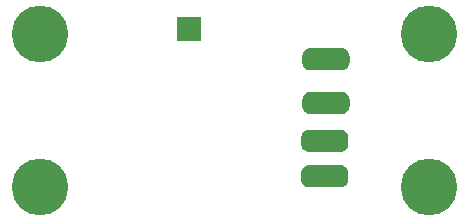
<source format=gbs>
G04 #@! TF.GenerationSoftware,KiCad,Pcbnew,(5.1.5-0)*
G04 #@! TF.CreationDate,2022-03-31T12:05:24-06:00*
G04 #@! TF.ProjectId,two-wire-single,74776f2d-7769-4726-952d-73696e676c65,rev?*
G04 #@! TF.SameCoordinates,Original*
G04 #@! TF.FileFunction,Soldermask,Bot*
G04 #@! TF.FilePolarity,Negative*
%FSLAX46Y46*%
G04 Gerber Fmt 4.6, Leading zero omitted, Abs format (unit mm)*
G04 Created by KiCad (PCBNEW (5.1.5-0)) date 2022-03-31 12:05:24*
%MOMM*%
%LPD*%
G04 APERTURE LIST*
%ADD10R,2.100000X2.100000*%
%ADD11C,1.100000*%
%ADD12C,4.800000*%
%ADD13R,1.400000X1.900000*%
%ADD14C,0.100000*%
G04 APERTURE END LIST*
D10*
X115650000Y-83550000D03*
D11*
X104166726Y-82833274D03*
X103000000Y-82350000D03*
X101833274Y-82833274D03*
X101350000Y-84000000D03*
X101833274Y-85166726D03*
X103000000Y-85650000D03*
X104166726Y-85166726D03*
X104650000Y-84000000D03*
D12*
X103000000Y-84000000D03*
D11*
X137166726Y-82833274D03*
X136000000Y-82350000D03*
X134833274Y-82833274D03*
X134350000Y-84000000D03*
X134833274Y-85166726D03*
X136000000Y-85650000D03*
X137166726Y-85166726D03*
X137650000Y-84000000D03*
D12*
X136000000Y-84000000D03*
D11*
X104166726Y-95833274D03*
X103000000Y-95350000D03*
X101833274Y-95833274D03*
X101350000Y-97000000D03*
X101833274Y-98166726D03*
X103000000Y-98650000D03*
X104166726Y-98166726D03*
X104650000Y-97000000D03*
D12*
X103000000Y-97000000D03*
D11*
X137166726Y-95833274D03*
X136000000Y-95350000D03*
X134833274Y-95833274D03*
X134350000Y-97000000D03*
X134833274Y-98166726D03*
X136000000Y-98650000D03*
X137166726Y-98166726D03*
X137650000Y-97000000D03*
D12*
X136000000Y-97000000D03*
D13*
X127150000Y-96050000D03*
D14*
G36*
X128456112Y-95100602D02*
G01*
X128474534Y-95100602D01*
X128494140Y-95101565D01*
X128542971Y-95106375D01*
X128562380Y-95109254D01*
X128610505Y-95118826D01*
X128629548Y-95123596D01*
X128676503Y-95137840D01*
X128694980Y-95144451D01*
X128740313Y-95163228D01*
X128758061Y-95171623D01*
X128801334Y-95194754D01*
X128818162Y-95204840D01*
X128858961Y-95232100D01*
X128874730Y-95243795D01*
X128912659Y-95274923D01*
X128927200Y-95288103D01*
X128961897Y-95322800D01*
X128975077Y-95337341D01*
X129006205Y-95375270D01*
X129017900Y-95391039D01*
X129045160Y-95431838D01*
X129055246Y-95448666D01*
X129078377Y-95491939D01*
X129086772Y-95509687D01*
X129105549Y-95555020D01*
X129112160Y-95573497D01*
X129126404Y-95620452D01*
X129131174Y-95639495D01*
X129140746Y-95687620D01*
X129143625Y-95707029D01*
X129148435Y-95755860D01*
X129149398Y-95775466D01*
X129149398Y-95793888D01*
X129150000Y-95800000D01*
X129150000Y-96300000D01*
X129149398Y-96306112D01*
X129149398Y-96324534D01*
X129148435Y-96344140D01*
X129143625Y-96392971D01*
X129140746Y-96412380D01*
X129131174Y-96460505D01*
X129126404Y-96479548D01*
X129112160Y-96526503D01*
X129105549Y-96544980D01*
X129086772Y-96590313D01*
X129078377Y-96608061D01*
X129055246Y-96651334D01*
X129045160Y-96668162D01*
X129017900Y-96708961D01*
X129006205Y-96724730D01*
X128975077Y-96762659D01*
X128961897Y-96777200D01*
X128927200Y-96811897D01*
X128912659Y-96825077D01*
X128874730Y-96856205D01*
X128858961Y-96867900D01*
X128818162Y-96895160D01*
X128801334Y-96905246D01*
X128758061Y-96928377D01*
X128740313Y-96936772D01*
X128694980Y-96955549D01*
X128676503Y-96962160D01*
X128629548Y-96976404D01*
X128610505Y-96981174D01*
X128562380Y-96990746D01*
X128542971Y-96993625D01*
X128494140Y-96998435D01*
X128474534Y-96999398D01*
X128456112Y-96999398D01*
X128450000Y-97000000D01*
X127900000Y-97000000D01*
X127860982Y-96996157D01*
X127823463Y-96984776D01*
X127788886Y-96966294D01*
X127758579Y-96941421D01*
X127733706Y-96911114D01*
X127715224Y-96876537D01*
X127703843Y-96839018D01*
X127700000Y-96800000D01*
X127700000Y-95300000D01*
X127703843Y-95260982D01*
X127715224Y-95223463D01*
X127733706Y-95188886D01*
X127758579Y-95158579D01*
X127788886Y-95133706D01*
X127823463Y-95115224D01*
X127860982Y-95103843D01*
X127900000Y-95100000D01*
X128450000Y-95100000D01*
X128456112Y-95100602D01*
G37*
G36*
X126439018Y-95103843D02*
G01*
X126476537Y-95115224D01*
X126511114Y-95133706D01*
X126541421Y-95158579D01*
X126566294Y-95188886D01*
X126584776Y-95223463D01*
X126596157Y-95260982D01*
X126600000Y-95300000D01*
X126600000Y-96800000D01*
X126596157Y-96839018D01*
X126584776Y-96876537D01*
X126566294Y-96911114D01*
X126541421Y-96941421D01*
X126511114Y-96966294D01*
X126476537Y-96984776D01*
X126439018Y-96996157D01*
X126400000Y-97000000D01*
X125850000Y-97000000D01*
X125843888Y-96999398D01*
X125825466Y-96999398D01*
X125805860Y-96998435D01*
X125757029Y-96993625D01*
X125737620Y-96990746D01*
X125689495Y-96981174D01*
X125670452Y-96976404D01*
X125623497Y-96962160D01*
X125605020Y-96955549D01*
X125559687Y-96936772D01*
X125541939Y-96928377D01*
X125498666Y-96905246D01*
X125481838Y-96895160D01*
X125441039Y-96867900D01*
X125425270Y-96856205D01*
X125387341Y-96825077D01*
X125372800Y-96811897D01*
X125338103Y-96777200D01*
X125324923Y-96762659D01*
X125293795Y-96724730D01*
X125282100Y-96708961D01*
X125254840Y-96668162D01*
X125244754Y-96651334D01*
X125221623Y-96608061D01*
X125213228Y-96590313D01*
X125194451Y-96544980D01*
X125187840Y-96526503D01*
X125173596Y-96479548D01*
X125168826Y-96460505D01*
X125159254Y-96412380D01*
X125156375Y-96392971D01*
X125151565Y-96344140D01*
X125150602Y-96324534D01*
X125150602Y-96306112D01*
X125150000Y-96300000D01*
X125150000Y-95800000D01*
X125150602Y-95793888D01*
X125150602Y-95775466D01*
X125151565Y-95755860D01*
X125156375Y-95707029D01*
X125159254Y-95687620D01*
X125168826Y-95639495D01*
X125173596Y-95620452D01*
X125187840Y-95573497D01*
X125194451Y-95555020D01*
X125213228Y-95509687D01*
X125221623Y-95491939D01*
X125244754Y-95448666D01*
X125254840Y-95431838D01*
X125282100Y-95391039D01*
X125293795Y-95375270D01*
X125324923Y-95337341D01*
X125338103Y-95322800D01*
X125372800Y-95288103D01*
X125387341Y-95274923D01*
X125425270Y-95243795D01*
X125441039Y-95232100D01*
X125481838Y-95204840D01*
X125498666Y-95194754D01*
X125541939Y-95171623D01*
X125559687Y-95163228D01*
X125605020Y-95144451D01*
X125623497Y-95137840D01*
X125670452Y-95123596D01*
X125689495Y-95118826D01*
X125737620Y-95109254D01*
X125757029Y-95106375D01*
X125805860Y-95101565D01*
X125825466Y-95100602D01*
X125843888Y-95100602D01*
X125850000Y-95100000D01*
X126400000Y-95100000D01*
X126439018Y-95103843D01*
G37*
D13*
X127150000Y-93050000D03*
D14*
G36*
X128456112Y-92100602D02*
G01*
X128474534Y-92100602D01*
X128494140Y-92101565D01*
X128542971Y-92106375D01*
X128562380Y-92109254D01*
X128610505Y-92118826D01*
X128629548Y-92123596D01*
X128676503Y-92137840D01*
X128694980Y-92144451D01*
X128740313Y-92163228D01*
X128758061Y-92171623D01*
X128801334Y-92194754D01*
X128818162Y-92204840D01*
X128858961Y-92232100D01*
X128874730Y-92243795D01*
X128912659Y-92274923D01*
X128927200Y-92288103D01*
X128961897Y-92322800D01*
X128975077Y-92337341D01*
X129006205Y-92375270D01*
X129017900Y-92391039D01*
X129045160Y-92431838D01*
X129055246Y-92448666D01*
X129078377Y-92491939D01*
X129086772Y-92509687D01*
X129105549Y-92555020D01*
X129112160Y-92573497D01*
X129126404Y-92620452D01*
X129131174Y-92639495D01*
X129140746Y-92687620D01*
X129143625Y-92707029D01*
X129148435Y-92755860D01*
X129149398Y-92775466D01*
X129149398Y-92793888D01*
X129150000Y-92800000D01*
X129150000Y-93300000D01*
X129149398Y-93306112D01*
X129149398Y-93324534D01*
X129148435Y-93344140D01*
X129143625Y-93392971D01*
X129140746Y-93412380D01*
X129131174Y-93460505D01*
X129126404Y-93479548D01*
X129112160Y-93526503D01*
X129105549Y-93544980D01*
X129086772Y-93590313D01*
X129078377Y-93608061D01*
X129055246Y-93651334D01*
X129045160Y-93668162D01*
X129017900Y-93708961D01*
X129006205Y-93724730D01*
X128975077Y-93762659D01*
X128961897Y-93777200D01*
X128927200Y-93811897D01*
X128912659Y-93825077D01*
X128874730Y-93856205D01*
X128858961Y-93867900D01*
X128818162Y-93895160D01*
X128801334Y-93905246D01*
X128758061Y-93928377D01*
X128740313Y-93936772D01*
X128694980Y-93955549D01*
X128676503Y-93962160D01*
X128629548Y-93976404D01*
X128610505Y-93981174D01*
X128562380Y-93990746D01*
X128542971Y-93993625D01*
X128494140Y-93998435D01*
X128474534Y-93999398D01*
X128456112Y-93999398D01*
X128450000Y-94000000D01*
X127900000Y-94000000D01*
X127860982Y-93996157D01*
X127823463Y-93984776D01*
X127788886Y-93966294D01*
X127758579Y-93941421D01*
X127733706Y-93911114D01*
X127715224Y-93876537D01*
X127703843Y-93839018D01*
X127700000Y-93800000D01*
X127700000Y-92300000D01*
X127703843Y-92260982D01*
X127715224Y-92223463D01*
X127733706Y-92188886D01*
X127758579Y-92158579D01*
X127788886Y-92133706D01*
X127823463Y-92115224D01*
X127860982Y-92103843D01*
X127900000Y-92100000D01*
X128450000Y-92100000D01*
X128456112Y-92100602D01*
G37*
G36*
X126439018Y-92103843D02*
G01*
X126476537Y-92115224D01*
X126511114Y-92133706D01*
X126541421Y-92158579D01*
X126566294Y-92188886D01*
X126584776Y-92223463D01*
X126596157Y-92260982D01*
X126600000Y-92300000D01*
X126600000Y-93800000D01*
X126596157Y-93839018D01*
X126584776Y-93876537D01*
X126566294Y-93911114D01*
X126541421Y-93941421D01*
X126511114Y-93966294D01*
X126476537Y-93984776D01*
X126439018Y-93996157D01*
X126400000Y-94000000D01*
X125850000Y-94000000D01*
X125843888Y-93999398D01*
X125825466Y-93999398D01*
X125805860Y-93998435D01*
X125757029Y-93993625D01*
X125737620Y-93990746D01*
X125689495Y-93981174D01*
X125670452Y-93976404D01*
X125623497Y-93962160D01*
X125605020Y-93955549D01*
X125559687Y-93936772D01*
X125541939Y-93928377D01*
X125498666Y-93905246D01*
X125481838Y-93895160D01*
X125441039Y-93867900D01*
X125425270Y-93856205D01*
X125387341Y-93825077D01*
X125372800Y-93811897D01*
X125338103Y-93777200D01*
X125324923Y-93762659D01*
X125293795Y-93724730D01*
X125282100Y-93708961D01*
X125254840Y-93668162D01*
X125244754Y-93651334D01*
X125221623Y-93608061D01*
X125213228Y-93590313D01*
X125194451Y-93544980D01*
X125187840Y-93526503D01*
X125173596Y-93479548D01*
X125168826Y-93460505D01*
X125159254Y-93412380D01*
X125156375Y-93392971D01*
X125151565Y-93344140D01*
X125150602Y-93324534D01*
X125150602Y-93306112D01*
X125150000Y-93300000D01*
X125150000Y-92800000D01*
X125150602Y-92793888D01*
X125150602Y-92775466D01*
X125151565Y-92755860D01*
X125156375Y-92707029D01*
X125159254Y-92687620D01*
X125168826Y-92639495D01*
X125173596Y-92620452D01*
X125187840Y-92573497D01*
X125194451Y-92555020D01*
X125213228Y-92509687D01*
X125221623Y-92491939D01*
X125244754Y-92448666D01*
X125254840Y-92431838D01*
X125282100Y-92391039D01*
X125293795Y-92375270D01*
X125324923Y-92337341D01*
X125338103Y-92322800D01*
X125372800Y-92288103D01*
X125387341Y-92274923D01*
X125425270Y-92243795D01*
X125441039Y-92232100D01*
X125481838Y-92204840D01*
X125498666Y-92194754D01*
X125541939Y-92171623D01*
X125559687Y-92163228D01*
X125605020Y-92144451D01*
X125623497Y-92137840D01*
X125670452Y-92123596D01*
X125689495Y-92118826D01*
X125737620Y-92109254D01*
X125757029Y-92106375D01*
X125805860Y-92101565D01*
X125825466Y-92100602D01*
X125843888Y-92100602D01*
X125850000Y-92100000D01*
X126400000Y-92100000D01*
X126439018Y-92103843D01*
G37*
D13*
X127250000Y-89850000D03*
D14*
G36*
X128556112Y-88900602D02*
G01*
X128574534Y-88900602D01*
X128594140Y-88901565D01*
X128642971Y-88906375D01*
X128662380Y-88909254D01*
X128710505Y-88918826D01*
X128729548Y-88923596D01*
X128776503Y-88937840D01*
X128794980Y-88944451D01*
X128840313Y-88963228D01*
X128858061Y-88971623D01*
X128901334Y-88994754D01*
X128918162Y-89004840D01*
X128958961Y-89032100D01*
X128974730Y-89043795D01*
X129012659Y-89074923D01*
X129027200Y-89088103D01*
X129061897Y-89122800D01*
X129075077Y-89137341D01*
X129106205Y-89175270D01*
X129117900Y-89191039D01*
X129145160Y-89231838D01*
X129155246Y-89248666D01*
X129178377Y-89291939D01*
X129186772Y-89309687D01*
X129205549Y-89355020D01*
X129212160Y-89373497D01*
X129226404Y-89420452D01*
X129231174Y-89439495D01*
X129240746Y-89487620D01*
X129243625Y-89507029D01*
X129248435Y-89555860D01*
X129249398Y-89575466D01*
X129249398Y-89593888D01*
X129250000Y-89600000D01*
X129250000Y-90100000D01*
X129249398Y-90106112D01*
X129249398Y-90124534D01*
X129248435Y-90144140D01*
X129243625Y-90192971D01*
X129240746Y-90212380D01*
X129231174Y-90260505D01*
X129226404Y-90279548D01*
X129212160Y-90326503D01*
X129205549Y-90344980D01*
X129186772Y-90390313D01*
X129178377Y-90408061D01*
X129155246Y-90451334D01*
X129145160Y-90468162D01*
X129117900Y-90508961D01*
X129106205Y-90524730D01*
X129075077Y-90562659D01*
X129061897Y-90577200D01*
X129027200Y-90611897D01*
X129012659Y-90625077D01*
X128974730Y-90656205D01*
X128958961Y-90667900D01*
X128918162Y-90695160D01*
X128901334Y-90705246D01*
X128858061Y-90728377D01*
X128840313Y-90736772D01*
X128794980Y-90755549D01*
X128776503Y-90762160D01*
X128729548Y-90776404D01*
X128710505Y-90781174D01*
X128662380Y-90790746D01*
X128642971Y-90793625D01*
X128594140Y-90798435D01*
X128574534Y-90799398D01*
X128556112Y-90799398D01*
X128550000Y-90800000D01*
X128000000Y-90800000D01*
X127960982Y-90796157D01*
X127923463Y-90784776D01*
X127888886Y-90766294D01*
X127858579Y-90741421D01*
X127833706Y-90711114D01*
X127815224Y-90676537D01*
X127803843Y-90639018D01*
X127800000Y-90600000D01*
X127800000Y-89100000D01*
X127803843Y-89060982D01*
X127815224Y-89023463D01*
X127833706Y-88988886D01*
X127858579Y-88958579D01*
X127888886Y-88933706D01*
X127923463Y-88915224D01*
X127960982Y-88903843D01*
X128000000Y-88900000D01*
X128550000Y-88900000D01*
X128556112Y-88900602D01*
G37*
G36*
X126539018Y-88903843D02*
G01*
X126576537Y-88915224D01*
X126611114Y-88933706D01*
X126641421Y-88958579D01*
X126666294Y-88988886D01*
X126684776Y-89023463D01*
X126696157Y-89060982D01*
X126700000Y-89100000D01*
X126700000Y-90600000D01*
X126696157Y-90639018D01*
X126684776Y-90676537D01*
X126666294Y-90711114D01*
X126641421Y-90741421D01*
X126611114Y-90766294D01*
X126576537Y-90784776D01*
X126539018Y-90796157D01*
X126500000Y-90800000D01*
X125950000Y-90800000D01*
X125943888Y-90799398D01*
X125925466Y-90799398D01*
X125905860Y-90798435D01*
X125857029Y-90793625D01*
X125837620Y-90790746D01*
X125789495Y-90781174D01*
X125770452Y-90776404D01*
X125723497Y-90762160D01*
X125705020Y-90755549D01*
X125659687Y-90736772D01*
X125641939Y-90728377D01*
X125598666Y-90705246D01*
X125581838Y-90695160D01*
X125541039Y-90667900D01*
X125525270Y-90656205D01*
X125487341Y-90625077D01*
X125472800Y-90611897D01*
X125438103Y-90577200D01*
X125424923Y-90562659D01*
X125393795Y-90524730D01*
X125382100Y-90508961D01*
X125354840Y-90468162D01*
X125344754Y-90451334D01*
X125321623Y-90408061D01*
X125313228Y-90390313D01*
X125294451Y-90344980D01*
X125287840Y-90326503D01*
X125273596Y-90279548D01*
X125268826Y-90260505D01*
X125259254Y-90212380D01*
X125256375Y-90192971D01*
X125251565Y-90144140D01*
X125250602Y-90124534D01*
X125250602Y-90106112D01*
X125250000Y-90100000D01*
X125250000Y-89600000D01*
X125250602Y-89593888D01*
X125250602Y-89575466D01*
X125251565Y-89555860D01*
X125256375Y-89507029D01*
X125259254Y-89487620D01*
X125268826Y-89439495D01*
X125273596Y-89420452D01*
X125287840Y-89373497D01*
X125294451Y-89355020D01*
X125313228Y-89309687D01*
X125321623Y-89291939D01*
X125344754Y-89248666D01*
X125354840Y-89231838D01*
X125382100Y-89191039D01*
X125393795Y-89175270D01*
X125424923Y-89137341D01*
X125438103Y-89122800D01*
X125472800Y-89088103D01*
X125487341Y-89074923D01*
X125525270Y-89043795D01*
X125541039Y-89032100D01*
X125581838Y-89004840D01*
X125598666Y-88994754D01*
X125641939Y-88971623D01*
X125659687Y-88963228D01*
X125705020Y-88944451D01*
X125723497Y-88937840D01*
X125770452Y-88923596D01*
X125789495Y-88918826D01*
X125837620Y-88909254D01*
X125857029Y-88906375D01*
X125905860Y-88901565D01*
X125925466Y-88900602D01*
X125943888Y-88900602D01*
X125950000Y-88900000D01*
X126500000Y-88900000D01*
X126539018Y-88903843D01*
G37*
D13*
X127250000Y-86150000D03*
D14*
G36*
X128556112Y-85200602D02*
G01*
X128574534Y-85200602D01*
X128594140Y-85201565D01*
X128642971Y-85206375D01*
X128662380Y-85209254D01*
X128710505Y-85218826D01*
X128729548Y-85223596D01*
X128776503Y-85237840D01*
X128794980Y-85244451D01*
X128840313Y-85263228D01*
X128858061Y-85271623D01*
X128901334Y-85294754D01*
X128918162Y-85304840D01*
X128958961Y-85332100D01*
X128974730Y-85343795D01*
X129012659Y-85374923D01*
X129027200Y-85388103D01*
X129061897Y-85422800D01*
X129075077Y-85437341D01*
X129106205Y-85475270D01*
X129117900Y-85491039D01*
X129145160Y-85531838D01*
X129155246Y-85548666D01*
X129178377Y-85591939D01*
X129186772Y-85609687D01*
X129205549Y-85655020D01*
X129212160Y-85673497D01*
X129226404Y-85720452D01*
X129231174Y-85739495D01*
X129240746Y-85787620D01*
X129243625Y-85807029D01*
X129248435Y-85855860D01*
X129249398Y-85875466D01*
X129249398Y-85893888D01*
X129250000Y-85900000D01*
X129250000Y-86400000D01*
X129249398Y-86406112D01*
X129249398Y-86424534D01*
X129248435Y-86444140D01*
X129243625Y-86492971D01*
X129240746Y-86512380D01*
X129231174Y-86560505D01*
X129226404Y-86579548D01*
X129212160Y-86626503D01*
X129205549Y-86644980D01*
X129186772Y-86690313D01*
X129178377Y-86708061D01*
X129155246Y-86751334D01*
X129145160Y-86768162D01*
X129117900Y-86808961D01*
X129106205Y-86824730D01*
X129075077Y-86862659D01*
X129061897Y-86877200D01*
X129027200Y-86911897D01*
X129012659Y-86925077D01*
X128974730Y-86956205D01*
X128958961Y-86967900D01*
X128918162Y-86995160D01*
X128901334Y-87005246D01*
X128858061Y-87028377D01*
X128840313Y-87036772D01*
X128794980Y-87055549D01*
X128776503Y-87062160D01*
X128729548Y-87076404D01*
X128710505Y-87081174D01*
X128662380Y-87090746D01*
X128642971Y-87093625D01*
X128594140Y-87098435D01*
X128574534Y-87099398D01*
X128556112Y-87099398D01*
X128550000Y-87100000D01*
X128000000Y-87100000D01*
X127960982Y-87096157D01*
X127923463Y-87084776D01*
X127888886Y-87066294D01*
X127858579Y-87041421D01*
X127833706Y-87011114D01*
X127815224Y-86976537D01*
X127803843Y-86939018D01*
X127800000Y-86900000D01*
X127800000Y-85400000D01*
X127803843Y-85360982D01*
X127815224Y-85323463D01*
X127833706Y-85288886D01*
X127858579Y-85258579D01*
X127888886Y-85233706D01*
X127923463Y-85215224D01*
X127960982Y-85203843D01*
X128000000Y-85200000D01*
X128550000Y-85200000D01*
X128556112Y-85200602D01*
G37*
G36*
X126539018Y-85203843D02*
G01*
X126576537Y-85215224D01*
X126611114Y-85233706D01*
X126641421Y-85258579D01*
X126666294Y-85288886D01*
X126684776Y-85323463D01*
X126696157Y-85360982D01*
X126700000Y-85400000D01*
X126700000Y-86900000D01*
X126696157Y-86939018D01*
X126684776Y-86976537D01*
X126666294Y-87011114D01*
X126641421Y-87041421D01*
X126611114Y-87066294D01*
X126576537Y-87084776D01*
X126539018Y-87096157D01*
X126500000Y-87100000D01*
X125950000Y-87100000D01*
X125943888Y-87099398D01*
X125925466Y-87099398D01*
X125905860Y-87098435D01*
X125857029Y-87093625D01*
X125837620Y-87090746D01*
X125789495Y-87081174D01*
X125770452Y-87076404D01*
X125723497Y-87062160D01*
X125705020Y-87055549D01*
X125659687Y-87036772D01*
X125641939Y-87028377D01*
X125598666Y-87005246D01*
X125581838Y-86995160D01*
X125541039Y-86967900D01*
X125525270Y-86956205D01*
X125487341Y-86925077D01*
X125472800Y-86911897D01*
X125438103Y-86877200D01*
X125424923Y-86862659D01*
X125393795Y-86824730D01*
X125382100Y-86808961D01*
X125354840Y-86768162D01*
X125344754Y-86751334D01*
X125321623Y-86708061D01*
X125313228Y-86690313D01*
X125294451Y-86644980D01*
X125287840Y-86626503D01*
X125273596Y-86579548D01*
X125268826Y-86560505D01*
X125259254Y-86512380D01*
X125256375Y-86492971D01*
X125251565Y-86444140D01*
X125250602Y-86424534D01*
X125250602Y-86406112D01*
X125250000Y-86400000D01*
X125250000Y-85900000D01*
X125250602Y-85893888D01*
X125250602Y-85875466D01*
X125251565Y-85855860D01*
X125256375Y-85807029D01*
X125259254Y-85787620D01*
X125268826Y-85739495D01*
X125273596Y-85720452D01*
X125287840Y-85673497D01*
X125294451Y-85655020D01*
X125313228Y-85609687D01*
X125321623Y-85591939D01*
X125344754Y-85548666D01*
X125354840Y-85531838D01*
X125382100Y-85491039D01*
X125393795Y-85475270D01*
X125424923Y-85437341D01*
X125438103Y-85422800D01*
X125472800Y-85388103D01*
X125487341Y-85374923D01*
X125525270Y-85343795D01*
X125541039Y-85332100D01*
X125581838Y-85304840D01*
X125598666Y-85294754D01*
X125641939Y-85271623D01*
X125659687Y-85263228D01*
X125705020Y-85244451D01*
X125723497Y-85237840D01*
X125770452Y-85223596D01*
X125789495Y-85218826D01*
X125837620Y-85209254D01*
X125857029Y-85206375D01*
X125905860Y-85201565D01*
X125925466Y-85200602D01*
X125943888Y-85200602D01*
X125950000Y-85200000D01*
X126500000Y-85200000D01*
X126539018Y-85203843D01*
G37*
M02*

</source>
